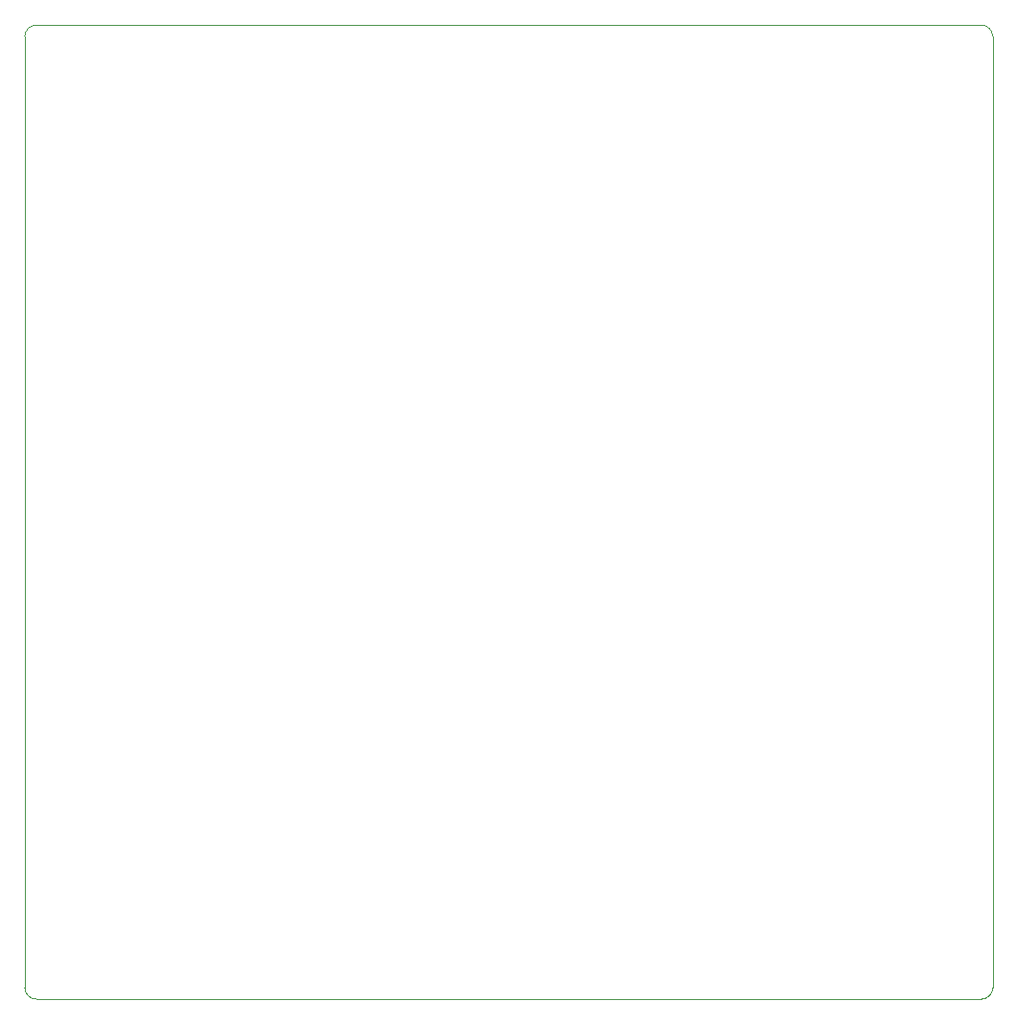
<source format=gm1>
G04 #@! TF.GenerationSoftware,KiCad,Pcbnew,6.0.10+dfsg-1~bpo11+1*
G04 #@! TF.ProjectId,project,70726f6a-6563-4742-9e6b-696361645f70,rev?*
G04 #@! TF.SameCoordinates,Original*
G04 #@! TF.FileFunction,Profile,NP*
%FSLAX46Y46*%
G04 Gerber Fmt 4.6, Leading zero omitted, Abs format (unit mm)*
%MOMM*%
%LPD*%
G01*
G04 APERTURE LIST*
G04 #@! TA.AperFunction,Profile*
%ADD10C,0.100000*%
G04 #@! TD*
G04 APERTURE END LIST*
D10*
X125512500Y-133037500D02*
G75*
G03*
X126512500Y-134037500I1000000J0D01*
G01*
X211012500Y-49037500D02*
X211012500Y-133037500D01*
X210012500Y-134037500D02*
X126512500Y-134037500D01*
X126512500Y-48037500D02*
X210012500Y-48037500D01*
X210012500Y-134037500D02*
G75*
G03*
X211012500Y-133037500I0J1000000D01*
G01*
X211012500Y-49037500D02*
G75*
G03*
X210012500Y-48037500I-1000000J0D01*
G01*
X126512500Y-48037500D02*
G75*
G03*
X125512500Y-49037500I0J-1000000D01*
G01*
X125512500Y-133037500D02*
X125512500Y-49037500D01*
M02*

</source>
